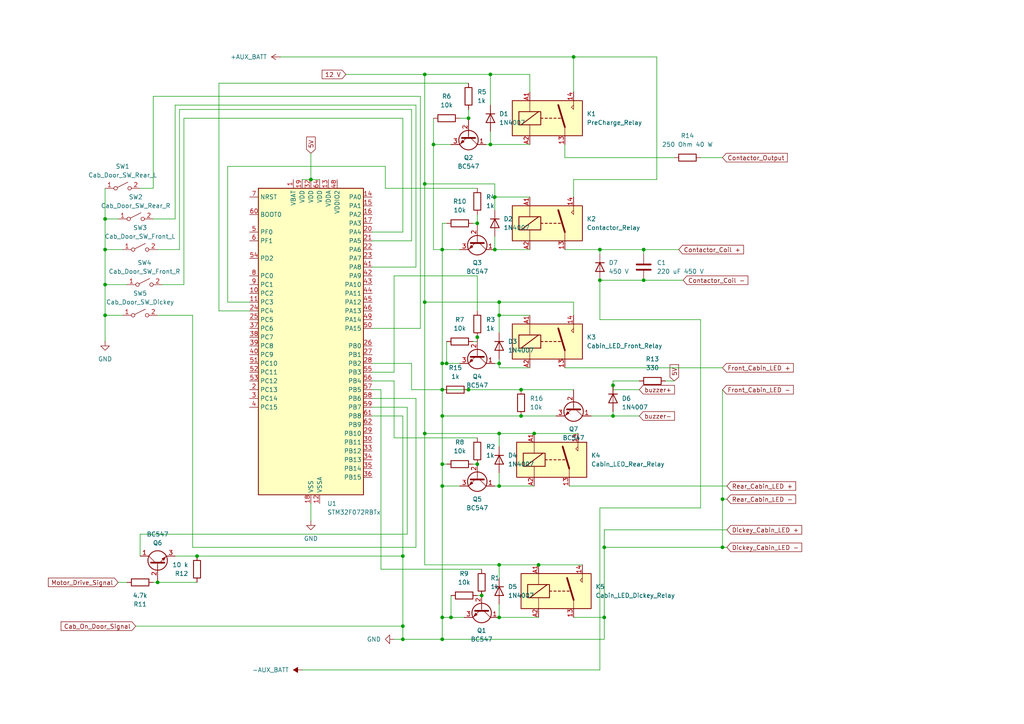
<source format=kicad_sch>
(kicad_sch (version 20231120) (generator "eeschema") (generator_version "8.0")
  (paper "A4")
  (lib_symbols
    (symbol "Device:C" (pin_numbers hide) (pin_names (offset 0.254))
      (property "Reference" "C" (at 0.635 2.54 0))
      (property "Value" "C" (at 0.635 -2.54 0))
      (symbol "C_0_1"
        (polyline (pts (xy -2.032 -0.762) (xy 2.032 -0.762)) (stroke (width 0.508)))
        (polyline (pts (xy -2.032 0.762) (xy 2.032 0.762)) (stroke (width 0.508)))
      )
      (symbol "C_1_1"
        (pin passive line (at 0 3.81 270) (length 2.794) (name "~") (number "1"))
        (pin passive line (at 0 -3.81 90) (length 2.794) (name "~") (number "2"))
      )
    )
    (symbol "Device:D" (pin_numbers hide) (pin_names (offset 1.016) hide)
      (property "Reference" "D" (at 0 2.54 0))
      (property "Value" "D" (at 0 -2.54 0))
      (symbol "D_0_1"
        (polyline (pts (xy -1.27 1.27) (xy -1.27 -1.27)) (stroke (width 0.254)))
        (polyline (pts (xy 1.27 0) (xy -1.27 0)))
        (polyline (pts (xy 1.27 1.27) (xy 1.27 -1.27) (xy -1.27 0) (xy 1.27 1.27)) (stroke (width 0.254)))
      )
      (symbol "D_1_1"
        (pin passive line (at -3.81 0 0) (length 2.54) (name "K") (number "1"))
        (pin passive line (at 3.81 0 180) (length 2.54) (name "A") (number "2"))
      )
    )
    (symbol "Device:R" (pin_numbers hide) (pin_names (offset 0))
      (property "Reference" "R" (at 2.032 0 90))
      (property "Value" "R" (at 0 0 90))
      (symbol "R_0_1"
        (rectangle (start -1.016 -2.54) (end 1.016 2.54) (stroke (width 0.254)))
      )
      (symbol "R_1_1"
        (pin passive line (at 0 3.81 270) (length 1.27) (name "~") (number "1"))
        (pin passive line (at 0 -3.81 90) (length 1.27) (name "~") (number "2"))
      )
    )
    (symbol "Diode:1N4007" (pin_numbers hide) (pin_names hide)
      (property "Reference" "D" (at 0 2.54 0))
      (property "Value" "1N4007" (at 0 -2.54 0))
      (symbol "1N4007_0_1"
        (polyline (pts (xy -1.27 1.27) (xy -1.27 -1.27)) (stroke (width 0.254)))
        (polyline (pts (xy 1.27 0) (xy -1.27 0)))
        (polyline (pts (xy 1.27 1.27) (xy 1.27 -1.27) (xy -1.27 0) (xy 1.27 1.27)) (stroke (width 0.254)))
      )
      (symbol "1N4007_1_1"
        (pin passive line (at -3.81 0 0) (length 2.54) (name "K") (number "1"))
        (pin passive line (at 3.81 0 180) (length 2.54) (name "A") (number "2"))
      )
    )
    (symbol "MCU_ST_STM32F0:STM32F072RBTx"
      (property "Reference" "U" (at -15.24 46.99 0))
      (property "Value" "STM32F072RBTx" (at 10.16 46.99 0))
      (symbol "STM32F072RBTx_0_1"
        (rectangle (start -15.24 -43.18) (end 15.24 45.72) (stroke (width 0.254)) (fill (type background)))
      )
      (symbol "STM32F072RBTx_1_1"
        (pin power_in line (at -5.08 48.26 270) (length 2.54) (name "VBAT") (number "1"))
        (pin bidirectional line (at -17.78 15.24 0) (length 2.54) (name "PC2") (number "10"))
        (pin bidirectional line (at -17.78 12.7 0) (length 2.54) (name "PC3") (number "11"))
        (pin power_in line (at 2.54 -45.72 90) (length 2.54) (name "VSSA") (number "12"))
        (pin power_in line (at 5.08 48.26 270) (length 2.54) (name "VDDA") (number "13"))
        (pin bidirectional line (at 17.78 43.18 180) (length 2.54) (name "PA0") (number "14"))
        (pin bidirectional line (at 17.78 40.64 180) (length 2.54) (name "PA1") (number "15"))
        (pin bidirectional line (at 17.78 38.1 180) (length 2.54) (name "PA2") (number "16"))
        (pin bidirectional line (at 17.78 35.56 180) (length 2.54) (name "PA3") (number "17"))
        (pin power_in line (at 0 -45.72 90) (length 2.54) (name "VSS") (number "18"))
        (pin power_in line (at -2.54 48.26 270) (length 2.54) (name "VDD") (number "19"))
        (pin bidirectional line (at -17.78 -12.7 0) (length 2.54) (name "PC13") (number "2"))
        (pin bidirectional line (at 17.78 33.02 180) (length 2.54) (name "PA4") (number "20"))
        (pin bidirectional line (at 17.78 30.48 180) (length 2.54) (name "PA5") (number "21"))
        (pin bidirectional line (at 17.78 27.94 180) (length 2.54) (name "PA6") (number "22"))
        (pin bidirectional line (at 17.78 25.4 180) (length 2.54) (name "PA7") (number "23"))
        (pin bidirectional line (at -17.78 10.16 0) (length 2.54) (name "PC4") (number "24"))
        (pin bidirectional line (at -17.78 7.62 0) (length 2.54) (name "PC5") (number "25"))
        (pin bidirectional line (at 17.78 0 180) (length 2.54) (name "PB0") (number "26"))
        (pin bidirectional line (at 17.78 -2.54 180) (length 2.54) (name "PB1") (number "27"))
        (pin bidirectional line (at 17.78 -5.08 180) (length 2.54) (name "PB2") (number "28"))
        (pin bidirectional line (at 17.78 -25.4 180) (length 2.54) (name "PB10") (number "29"))
        (pin bidirectional line (at -17.78 -15.24 0) (length 2.54) (name "PC14") (number "3"))
        (pin bidirectional line (at 17.78 -27.94 180) (length 2.54) (name "PB11") (number "30"))
        (pin passive line (at 0 -45.72 90) (length 2.54) hide (name "VSS") (number "31"))
        (pin power_in line (at 0 48.26 270) (length 2.54) (name "VDD") (number "32"))
        (pin bidirectional line (at 17.78 -30.48 180) (length 2.54) (name "PB12") (number "33"))
        (pin bidirectional line (at 17.78 -33.02 180) (length 2.54) (name "PB13") (number "34"))
        (pin bidirectional line (at 17.78 -35.56 180) (length 2.54) (name "PB14") (number "35"))
        (pin bidirectional line (at 17.78 -38.1 180) (length 2.54) (name "PB15") (number "36"))
        (pin bidirectional line (at -17.78 5.08 0) (length 2.54) (name "PC6") (number "37"))
        (pin bidirectional line (at -17.78 2.54 0) (length 2.54) (name "PC7") (number "38"))
        (pin bidirectional line (at -17.78 0 0) (length 2.54) (name "PC8") (number "39"))
        (pin bidirectional line (at -17.78 -17.78 0) (length 2.54) (name "PC15") (number "4"))
        (pin bidirectional line (at -17.78 -2.54 0) (length 2.54) (name "PC9") (number "40"))
        (pin bidirectional line (at 17.78 22.86 180) (length 2.54) (name "PA8") (number "41"))
        (pin bidirectional line (at 17.78 20.32 180) (length 2.54) (name "PA9") (number "42"))
        (pin bidirectional line (at 17.78 17.78 180) (length 2.54) (name "PA10") (number "43"))
        (pin bidirectional line (at 17.78 15.24 180) (length 2.54) (name "PA11") (number "44"))
        (pin bidirectional line (at 17.78 12.7 180) (length 2.54) (name "PA12") (number "45"))
        (pin bidirectional line (at 17.78 10.16 180) (length 2.54) (name "PA13") (number "46"))
        (pin passive line (at 0 -45.72 90) (length 2.54) hide (name "VSS") (number "47"))
        (pin power_in line (at 7.62 48.26 270) (length 2.54) (name "VDDIO2") (number "48"))
        (pin bidirectional line (at 17.78 7.62 180) (length 2.54) (name "PA14") (number "49"))
        (pin bidirectional line (at -17.78 33.02 0) (length 2.54) (name "PF0") (number "5"))
        (pin bidirectional line (at 17.78 5.08 180) (length 2.54) (name "PA15") (number "50"))
        (pin bidirectional line (at -17.78 -5.08 0) (length 2.54) (name "PC10") (number "51"))
        (pin bidirectional line (at -17.78 -7.62 0) (length 2.54) (name "PC11") (number "52"))
        (pin bidirectional line (at -17.78 -10.16 0) (length 2.54) (name "PC12") (number "53"))
        (pin bidirectional line (at -17.78 25.4 0) (length 2.54) (name "PD2") (number "54"))
        (pin bidirectional line (at 17.78 -7.62 180) (length 2.54) (name "PB3") (number "55"))
        (pin bidirectional line (at 17.78 -10.16 180) (length 2.54) (name "PB4") (number "56"))
        (pin bidirectional line (at 17.78 -12.7 180) (length 2.54) (name "PB5") (number "57"))
        (pin bidirectional line (at 17.78 -15.24 180) (length 2.54) (name "PB6") (number "58"))
        (pin bidirectional line (at 17.78 -17.78 180) (length 2.54) (name "PB7") (number "59"))
        (pin bidirectional line (at -17.78 30.48 0) (length 2.54) (name "PF1") (number "6"))
        (pin input line (at -17.78 38.1 0) (length 2.54) (name "BOOT0") (number "60"))
        (pin bidirectional line (at 17.78 -20.32 180) (length 2.54) (name "PB8") (number "61"))
        (pin bidirectional line (at 17.78 -22.86 180) (length 2.54) (name "PB9") (number "62"))
        (pin passive line (at 0 -45.72 90) (length 2.54) hide (name "VSS") (number "63"))
        (pin power_in line (at 2.54 48.26 270) (length 2.54) (name "VDD") (number "64"))
        (pin input line (at -17.78 43.18 0) (length 2.54) (name "NRST") (number "7"))
        (pin bidirectional line (at -17.78 20.32 0) (length 2.54) (name "PC0") (number "8"))
        (pin bidirectional line (at -17.78 17.78 0) (length 2.54) (name "PC1") (number "9"))
      )
    )
    (symbol "Relay:Relay_SPST-NO"
      (property "Reference" "K" (at 11.43 3.81 0))
      (property "Value" "Relay_SPST-NO" (at 11.43 1.27 0))
      (symbol "Relay_SPST-NO_0_0"
        (polyline (pts (xy 7.62 5.08) (xy 7.62 2.54) (xy 6.985 3.175) (xy 7.62 3.81)))
      )
      (symbol "Relay_SPST-NO_0_1"
        (rectangle (start -10.16 5.08) (end 10.16 -5.08) (stroke (width 0.254)) (fill (type background)))
        (rectangle (start -8.255 1.905) (end -1.905 -1.905) (stroke (width 0.254)))
        (polyline (pts (xy -7.62 -1.905) (xy -2.54 1.905)) (stroke (width 0.254)))
        (polyline (pts (xy -5.08 -5.08) (xy -5.08 -1.905)))
        (polyline (pts (xy -5.08 5.08) (xy -5.08 1.905)))
        (polyline (pts (xy -1.905 0) (xy -1.27 0)) (stroke (width 0.254)))
        (polyline (pts (xy -0.635 0) (xy 0 0)) (stroke (width 0.254)))
        (polyline (pts (xy 0.635 0) (xy 1.27 0)) (stroke (width 0.254)))
        (polyline (pts (xy 1.905 0) (xy 2.54 0)) (stroke (width 0.254)))
        (polyline (pts (xy 3.175 0) (xy 3.81 0)) (stroke (width 0.254)))
        (polyline (pts (xy 5.08 -2.54) (xy 3.175 3.81)) (stroke (width 0.508)))
        (polyline (pts (xy 5.08 -2.54) (xy 5.08 -5.08)))
      )
      (symbol "Relay_SPST-NO_1_1"
        (pin passive line (at 5.08 -7.62 90) (length 2.54) (name "~") (number "13"))
        (pin passive line (at 7.62 7.62 270) (length 2.54) (name "~") (number "14"))
        (pin passive line (at -5.08 7.62 270) (length 2.54) (name "~") (number "A1"))
        (pin passive line (at -5.08 -7.62 90) (length 2.54) (name "~") (number "A2"))
      )
    )
    (symbol "Switch:SW_SPST" (pin_names (offset 0) hide)
      (property "Reference" "SW" (at 0 3.175 0))
      (property "Value" "SW_SPST" (at 0 -2.54 0))
      (symbol "SW_SPST_0_0"
        (circle (center -2.032 0) (radius 0.508))
        (polyline (pts (xy -1.524 0.254) (xy 1.524 1.778)))
        (circle (center 2.032 0) (radius 0.508))
      )
      (symbol "SW_SPST_1_1"
        (pin passive line (at -5.08 0 0) (length 2.54) (name "A") (number "1"))
        (pin passive line (at 5.08 0 180) (length 2.54) (name "B") (number "2"))
      )
    )
    (symbol "Transistor_BJT:BC547" (pin_names (offset 0) hide)
      (property "Reference" "Q" (at 5.08 1.905 0))
      (property "Value" "BC547" (at 5.08 0 0))
      (symbol "BC547_0_1"
        (polyline (pts (xy 0 0) (xy 0.635 0)))
        (polyline (pts (xy 0.635 0.635) (xy 2.54 2.54)))
        (polyline (pts (xy 0.635 -0.635) (xy 2.54 -2.54) (xy 2.54 -2.54)))
        (polyline (pts (xy 0.635 1.905) (xy 0.635 -1.905) (xy 0.635 -1.905)) (stroke (width 0.508)))
        (polyline (pts (xy 1.27 -1.778) (xy 1.778 -1.27) (xy 2.286 -2.286) (xy 1.27 -1.778) (xy 1.27 -1.778)) (fill (type outline)))
        (circle (center 1.27 0) (radius 2.8194) (stroke (width 0.254)))
      )
      (symbol "BC547_1_1"
        (pin passive line (at 2.54 5.08 270) (length 2.54) (name "C") (number "1"))
        (pin input line (at -5.08 0 0) (length 5.08) (name "B") (number "2"))
        (pin passive line (at 2.54 -5.08 90) (length 2.54) (name "E") (number "3"))
      )
    )
    (symbol "power:+BATT" (power) (pin_numbers hide) (pin_names (offset 0) hide)
      (property "Value" "+BATT" (at 0 3.556 0))
      (symbol "+BATT_0_1"
        (polyline (pts (xy -0.762 1.27) (xy 0 2.54)))
        (polyline (pts (xy 0 0) (xy 0 2.54)))
        (polyline (pts (xy 0 2.54) (xy 0.762 1.27)))
      )
      (symbol "+BATT_1_1"
        (pin power_in line (at 0 0 90) (length 0) (name "~") (number "1"))
      )
    )
    (symbol "power:-BATT" (power) (pin_numbers hide) (pin_names (offset 0) hide)
      (property "Value" "-BATT" (at 0 3.556 0))
      (symbol "-BATT_0_1"
        (polyline (pts (xy 0 0) (xy 0 2.54)))
        (polyline (pts (xy 0.762 1.27) (xy -0.762 1.27) (xy 0 2.54) (xy 0.762 1.27)) (fill (type outline)))
      )
      (symbol "-BATT_1_1"
        (pin power_in line (at 0 0 90) (length 0) (name "~") (number "1"))
      )
    )
    (symbol "power:GND" (power) (pin_numbers hide) (pin_names (offset 0) hide)
      (property "Value" "GND" (at 0 -3.81 0))
      (symbol "GND_0_1"
        (polyline (pts (xy 0 0) (xy 0 -1.27) (xy 1.27 -1.27) (xy 0 -2.54) (xy -1.27 -1.27) (xy 0 -1.27)))
      )
      (symbol "GND_1_1"
        (pin power_in line (at 0 0 270) (length 0) (name "~") (number "1"))
      )
    )
  )
  (junction (at 128.27 120.65))
  (junction (at 128.27 105.41))
  (junction (at 144.78 140.97))
  (junction (at 144.78 125.73))
  (junction (at 209.55 158.75))
  (junction (at 128.27 140.97))
  (junction (at 90.17 52.07))
  (junction (at 123.19 87.63))
  (junction (at 209.55 144.78))
  (junction (at 166.37 16.51))
  (junction (at 128.27 179.07))
  (junction (at 138.43 97.79))
  (junction (at 135.89 34.29))
  (junction (at 123.19 21.59))
  (junction (at 135.89 113.03))
  (junction (at 154.94 125.73))
  (junction (at 138.43 134.62))
  (junction (at 175.26 179.07))
  (junction (at 116.84 181.61))
  (junction (at 186.69 72.39))
  (junction (at 186.69 81.28))
  (junction (at 125.73 41.91))
  (junction (at 143.51 72.39))
  (junction (at 144.78 105.41))
  (junction (at 151.13 120.65))
  (junction (at 177.8 120.65))
  (junction (at 30.48 63.5))
  (junction (at 128.27 185.42))
  (junction (at 142.24 21.59))
  (junction (at 144.78 91.44))
  (junction (at 177.8 111.76))
  (junction (at 138.43 64.77))
  (junction (at 151.13 113.03))
  (junction (at 144.78 87.63))
  (junction (at 30.48 82.55))
  (junction (at 175.26 158.75))
  (junction (at 128.27 134.62))
  (junction (at 143.51 57.15))
  (junction (at 173.99 72.39))
  (junction (at 116.84 185.42))
  (junction (at 139.7 172.72))
  (junction (at 116.84 161.29))
  (junction (at 128.27 113.03))
  (junction (at 123.19 125.73))
  (junction (at 128.27 72.39))
  (junction (at 142.24 41.91))
  (junction (at 173.99 81.28))
  (junction (at 130.81 179.07))
  (junction (at 30.48 91.44))
  (junction (at 129.54 105.41))
  (junction (at 123.19 53.34))
  (junction (at 45.72 168.91))
  (junction (at 30.48 72.39))
  (junction (at 156.21 163.83))
  (junction (at 57.15 161.29))
  (junction (at 144.78 179.07))
  (junction (at 144.78 163.83))
  (wire (pts (xy 125.73 41.91) (xy 125.73 72.39)))
  (wire (pts (xy 175.26 153.67) (xy 175.26 158.75)))
  (wire (pts (xy 173.99 92.71) (xy 173.99 81.28)))
  (wire (pts (xy 151.13 113.03) (xy 166.37 113.03)))
  (wire (pts (xy 63.5 24.13) (xy 63.5 90.17)))
  (wire (pts (xy 137.16 134.62) (xy 138.43 134.62)))
  (wire (pts (xy 177.8 120.65) (xy 185.42 120.65)))
  (wire (pts (xy 116.84 67.31) (xy 116.84 34.29)))
  (wire (pts (xy 175.26 185.42) (xy 128.27 185.42)))
  (wire (pts (xy 123.19 21.59) (xy 142.24 21.59)))
  (wire (pts (xy 66.04 87.63) (xy 72.39 87.63)))
  (wire (pts (xy 107.95 69.85) (xy 119.38 69.85)))
  (wire (pts (xy 116.84 161.29) (xy 116.84 181.61)))
  (wire (pts (xy 144.78 179.07) (xy 156.21 179.07)))
  (wire (pts (xy 45.72 91.44) (xy 55.88 91.44)))
  (wire (pts (xy 120.65 115.57) (xy 120.65 158.75)))
  (wire (pts (xy 156.21 163.83) (xy 144.78 163.83)))
  (wire (pts (xy 63.5 90.17) (xy 72.39 90.17)))
  (wire (pts (xy 116.84 120.65) (xy 116.84 161.29)))
  (wire (pts (xy 144.78 175.26) (xy 144.78 179.07)))
  (wire (pts (xy 30.48 91.44) (xy 30.48 99.06)))
  (wire (pts (xy 144.78 104.14) (xy 144.78 105.41)))
  (wire (pts (xy 163.83 106.68) (xy 209.55 106.68)))
  (wire (pts (xy 120.65 30.48) (xy 50.8 30.48)))
  (wire (pts (xy 100.33 21.59) (xy 123.19 21.59)))
  (wire (pts (xy 186.69 73.66) (xy 186.69 72.39)))
  (wire (pts (xy 128.27 120.65) (xy 151.13 120.65)))
  (wire (pts (xy 144.78 87.63) (xy 166.37 87.63)))
  (wire (pts (xy 190.5 52.07) (xy 166.37 52.07)))
  (wire (pts (xy 177.8 110.49) (xy 177.8 111.76)))
  (wire (pts (xy 128.27 72.39) (xy 128.27 105.41)))
  (wire (pts (xy 44.45 63.5) (xy 50.8 63.5)))
  (wire (pts (xy 30.48 72.39) (xy 35.56 72.39)))
  (wire (pts (xy 107.95 77.47) (xy 120.65 77.47)))
  (wire (pts (xy 144.78 105.41) (xy 144.78 106.68)))
  (wire (pts (xy 135.89 31.75) (xy 135.89 34.29)))
  (wire (pts (xy 114.3 110.49) (xy 107.95 110.49)))
  (wire (pts (xy 166.37 91.44) (xy 166.37 87.63)))
  (wire (pts (xy 144.78 125.73) (xy 144.78 129.54)))
  (wire (pts (xy 128.27 140.97) (xy 128.27 179.07)))
  (wire (pts (xy 130.81 179.07) (xy 128.27 179.07)))
  (wire (pts (xy 143.51 72.39) (xy 153.67 72.39)))
  (wire (pts (xy 120.65 77.47) (xy 120.65 30.48)))
  (wire (pts (xy 129.54 64.77) (xy 128.27 64.77)))
  (wire (pts (xy 121.92 95.25) (xy 121.92 27.94)))
  (wire (pts (xy 153.67 26.67) (xy 153.67 21.59)))
  (wire (pts (xy 143.51 105.41) (xy 144.78 105.41)))
  (wire (pts (xy 125.73 34.29) (xy 125.73 41.91)))
  (wire (pts (xy 173.99 194.31) (xy 173.99 147.32)))
  (wire (pts (xy 196.85 72.39) (xy 186.69 72.39)))
  (wire (pts (xy 138.43 62.23) (xy 138.43 64.77)))
  (wire (pts (xy 143.51 68.58) (xy 143.51 72.39)))
  (wire (pts (xy 50.8 161.29) (xy 57.15 161.29)))
  (wire (pts (xy 119.38 113.03) (xy 128.27 113.03)))
  (wire (pts (xy 173.99 72.39) (xy 186.69 72.39)))
  (wire (pts (xy 130.81 179.07) (xy 134.62 179.07)))
  (wire (pts (xy 123.19 125.73) (xy 144.78 125.73)))
  (wire (pts (xy 118.11 118.11) (xy 107.95 118.11)))
  (wire (pts (xy 53.34 34.29) (xy 53.34 82.55)))
  (wire (pts (xy 55.88 158.75) (xy 55.88 91.44)))
  (wire (pts (xy 111.76 48.26) (xy 66.04 48.26)))
  (wire (pts (xy 209.55 158.75) (xy 210.82 158.75)))
  (wire (pts (xy 129.54 105.41) (xy 133.35 105.41)))
  (wire (pts (xy 123.19 21.59) (xy 123.19 53.34)))
  (wire (pts (xy 185.42 110.49) (xy 177.8 110.49)))
  (wire (pts (xy 173.99 72.39) (xy 163.83 72.39)))
  (wire (pts (xy 107.95 105.41) (xy 119.38 105.41)))
  (wire (pts (xy 175.26 158.75) (xy 175.26 179.07)))
  (wire (pts (xy 36.83 168.91) (xy 34.29 168.91)))
  (wire (pts (xy 39.37 181.61) (xy 116.84 181.61)))
  (wire (pts (xy 128.27 134.62) (xy 128.27 140.97)))
  (wire (pts (xy 128.27 120.65) (xy 128.27 134.62)))
  (wire (pts (xy 209.55 158.75) (xy 175.26 158.75)))
  (wire (pts (xy 138.43 90.17) (xy 138.43 80.01)))
  (wire (pts (xy 209.55 113.03) (xy 209.55 144.78)))
  (wire (pts (xy 142.24 41.91) (xy 153.67 41.91)))
  (wire (pts (xy 156.21 163.83) (xy 168.91 163.83)))
  (wire (pts (xy 209.55 144.78) (xy 210.82 144.78)))
  (wire (pts (xy 66.04 48.26) (xy 66.04 87.63)))
  (wire (pts (xy 123.19 163.83) (xy 123.19 125.73)))
  (wire (pts (xy 30.48 91.44) (xy 35.56 91.44)))
  (wire (pts (xy 177.8 120.65) (xy 177.8 119.38)))
  (wire (pts (xy 165.1 140.97) (xy 210.82 140.97)))
  (wire (pts (xy 90.17 146.05) (xy 90.17 151.13)))
  (wire (pts (xy 137.16 64.77) (xy 138.43 64.77)))
  (wire (pts (xy 44.45 27.94) (xy 44.45 54.61)))
  (wire (pts (xy 30.48 72.39) (xy 30.48 82.55)))
  (wire (pts (xy 177.8 113.03) (xy 185.42 113.03)))
  (wire (pts (xy 144.78 106.68) (xy 153.67 106.68)))
  (wire (pts (xy 116.84 34.29) (xy 53.34 34.29)))
  (wire (pts (xy 128.27 113.03) (xy 135.89 113.03)))
  (wire (pts (xy 173.99 72.39) (xy 173.99 73.66)))
  (wire (pts (xy 139.7 165.1) (xy 110.49 165.1)))
  (wire (pts (xy 142.24 38.1) (xy 142.24 41.91)))
  (wire (pts (xy 135.89 34.29) (xy 133.35 34.29)))
  (wire (pts (xy 90.17 44.45) (xy 90.17 52.07)))
  (wire (pts (xy 154.94 125.73) (xy 167.64 125.73)))
  (wire (pts (xy 144.78 163.83) (xy 144.78 167.64)))
  (wire (pts (xy 138.43 80.01) (xy 114.3 80.01)))
  (wire (pts (xy 57.15 168.91) (xy 45.72 168.91)))
  (wire (pts (xy 144.78 87.63) (xy 144.78 91.44)))
  (wire (pts (xy 166.37 16.51) (xy 190.5 16.51)))
  (wire (pts (xy 30.48 82.55) (xy 36.83 82.55)))
  (wire (pts (xy 144.78 91.44) (xy 144.78 96.52)))
  (wire (pts (xy 143.51 140.97) (xy 144.78 140.97)))
  (wire (pts (xy 110.49 165.1) (xy 110.49 113.03)))
  (wire (pts (xy 140.97 41.91) (xy 142.24 41.91)))
  (wire (pts (xy 107.95 115.57) (xy 120.65 115.57)))
  (wire (pts (xy 121.92 27.94) (xy 44.45 27.94)))
  (wire (pts (xy 46.99 82.55) (xy 53.34 82.55)))
  (wire (pts (xy 128.27 64.77) (xy 128.27 72.39)))
  (wire (pts (xy 30.48 54.61) (xy 30.48 63.5)))
  (wire (pts (xy 111.76 54.61) (xy 111.76 48.26)))
  (wire (pts (xy 118.11 154.94) (xy 118.11 118.11)))
  (wire (pts (xy 175.26 153.67) (xy 210.82 153.67)))
  (wire (pts (xy 166.37 16.51) (xy 166.37 26.67)))
  (wire (pts (xy 90.17 52.07) (xy 92.71 52.07)))
  (wire (pts (xy 114.3 107.95) (xy 107.95 107.95)))
  (wire (pts (xy 135.89 113.03) (xy 151.13 113.03)))
  (wire (pts (xy 142.24 21.59) (xy 142.24 30.48)))
  (wire (pts (xy 128.27 179.07) (xy 128.27 185.42)))
  (wire (pts (xy 45.72 168.91) (xy 44.45 168.91)))
  (wire (pts (xy 129.54 99.06) (xy 129.54 105.41)))
  (wire (pts (xy 107.95 95.25) (xy 121.92 95.25)))
  (wire (pts (xy 133.35 72.39) (xy 128.27 72.39)))
  (wire (pts (xy 40.64 154.94) (xy 118.11 154.94)))
  (wire (pts (xy 151.13 120.65) (xy 161.29 120.65)))
  (wire (pts (xy 30.48 63.5) (xy 30.48 72.39)))
  (wire (pts (xy 203.2 147.32) (xy 203.2 92.71)))
  (wire (pts (xy 171.45 120.65) (xy 177.8 120.65)))
  (wire (pts (xy 144.78 125.73) (xy 154.94 125.73)))
  (wire (pts (xy 153.67 91.44) (xy 144.78 91.44)))
  (wire (pts (xy 138.43 134.62) (xy 138.43 133.35)))
  (wire (pts (xy 163.83 45.72) (xy 195.58 45.72)))
  (wire (pts (xy 87.63 194.31) (xy 173.99 194.31)))
  (wire (pts (xy 128.27 113.03) (xy 128.27 120.65)))
  (wire (pts (xy 209.55 144.78) (xy 209.55 158.75)))
  (wire (pts (xy 123.19 53.34) (xy 143.51 53.34)))
  (wire (pts (xy 116.84 185.42) (xy 128.27 185.42)))
  (wire (pts (xy 143.51 57.15) (xy 143.51 60.96)))
  (wire (pts (xy 87.63 52.07) (xy 90.17 52.07)))
  (wire (pts (xy 110.49 113.03) (xy 107.95 113.03)))
  (wire (pts (xy 138.43 97.79) (xy 138.43 99.06)))
  (wire (pts (xy 144.78 87.63) (xy 123.19 87.63)))
  (wire (pts (xy 203.2 92.71) (xy 173.99 92.71)))
  (wire (pts (xy 116.84 120.65) (xy 107.95 120.65)))
  (wire (pts (xy 107.95 67.31) (xy 116.84 67.31)))
  (wire (pts (xy 40.64 161.29) (xy 40.64 154.94)))
  (wire (pts (xy 166.37 52.07) (xy 166.37 57.15)))
  (wire (pts (xy 30.48 63.5) (xy 34.29 63.5)))
  (wire (pts (xy 45.72 72.39) (xy 52.07 72.39)))
  (wire (pts (xy 81.28 16.51) (xy 166.37 16.51)))
  (wire (pts (xy 163.83 41.91) (xy 163.83 45.72)))
  (wire (pts (xy 123.19 53.34) (xy 123.19 87.63)))
  (wire (pts (xy 128.27 105.41) (xy 128.27 113.03)))
  (wire (pts (xy 186.69 81.28) (xy 198.12 81.28)))
  (wire (pts (xy 173.99 147.32) (xy 203.2 147.32)))
  (wire (pts (xy 50.8 30.48) (xy 50.8 63.5)))
  (wire (pts (xy 142.24 21.59) (xy 153.67 21.59)))
  (wire (pts (xy 173.99 81.28) (xy 186.69 81.28)))
  (wire (pts (xy 130.81 172.72) (xy 130.81 179.07)))
  (wire (pts (xy 114.3 185.42) (xy 116.84 185.42)))
  (wire (pts (xy 203.2 45.72) (xy 209.55 45.72)))
  (wire (pts (xy 144.78 137.16) (xy 144.78 140.97)))
  (wire (pts (xy 139.7 172.72) (xy 139.7 171.45)))
  (wire (pts (xy 52.07 31.75) (xy 52.07 72.39)))
  (wire (pts (xy 30.48 82.55) (xy 30.48 91.44)))
  (wire (pts (xy 128.27 140.97) (xy 133.35 140.97)))
  (wire (pts (xy 137.16 99.06) (xy 138.43 99.06)))
  (wire (pts (xy 57.15 161.29) (xy 116.84 161.29)))
  (wire (pts (xy 125.73 72.39) (xy 128.27 72.39)))
  (wire (pts (xy 129.54 105.41) (xy 128.27 105.41)))
  (wire (pts (xy 166.37 179.07) (xy 175.26 179.07)))
  (wire (pts (xy 138.43 127) (xy 114.3 127)))
  (wire (pts (xy 116.84 181.61) (xy 116.84 185.42)))
  (wire (pts (xy 114.3 80.01) (xy 114.3 107.95)))
  (wire (pts (xy 114.3 127) (xy 114.3 110.49)))
  (wire (pts (xy 135.89 24.13) (xy 63.5 24.13)))
  (wire (pts (xy 119.38 105.41) (xy 119.38 113.03)))
  (wire (pts (xy 125.73 41.91) (xy 130.81 41.91)))
  (wire (pts (xy 120.65 158.75) (xy 55.88 158.75)))
  (wire (pts (xy 177.8 113.03) (xy 177.8 111.76)))
  (wire (pts (xy 175.26 179.07) (xy 175.26 185.42)))
  (wire (pts (xy 123.19 87.63) (xy 123.19 125.73)))
  (wire (pts (xy 128.27 134.62) (xy 129.54 134.62)))
  (wire (pts (xy 119.38 69.85) (xy 119.38 31.75)))
  (wire (pts (xy 138.43 172.72) (xy 139.7 172.72)))
  (wire (pts (xy 119.38 31.75) (xy 52.07 31.75)))
  (wire (pts (xy 193.04 110.49) (xy 195.58 110.49)))
  (wire (pts (xy 190.5 16.51) (xy 190.5 52.07)))
  (wire (pts (xy 144.78 140.97) (xy 154.94 140.97)))
  (wire (pts (xy 144.78 163.83) (xy 123.19 163.83)))
  (wire (pts (xy 143.51 57.15) (xy 153.67 57.15)))
  (wire (pts (xy 143.51 53.34) (xy 143.51 57.15)))
  (wire (pts (xy 44.45 54.61) (xy 40.64 54.61)))
  (wire (pts (xy 138.43 54.61) (xy 111.76 54.61)))
  (global_label "Front_Cabin_LED +" (shape input) (at 209.55 106.68 0) (property "Intersheetrefs" "${INTERSHEET_REFS}" (effects (hide yes))))
  (global_label "Contactor_Coil -" (shape input) (at 198.12 81.28 0) (property "Intersheetrefs" "${INTERSHEET_REFS}" (effects (hide yes))))
  (global_label "Contactor_Output" (shape input) (at 209.55 45.72 0) (property "Intersheetrefs" "${INTERSHEET_REFS}" (effects (hide yes))))
  (global_label "Contactor_Coil +" (shape input) (at 196.85 72.39 0) (property "Intersheetrefs" "${INTERSHEET_REFS}" (effects (hide yes))))
  (global_label "Cab_On_Door_Signal" (shape input) (at 39.37 181.61 180) (property "Intersheetrefs" "${INTERSHEET_REFS}" (effects (hide yes))))
  (global_label "buzzer-" (shape input) (at 185.42 120.65 0) (property "Intersheetrefs" "${INTERSHEET_REFS}" (effects (hide yes))))
  (global_label "5V" (shape input) (at 195.58 110.49 90) (property "Intersheetrefs" "${INTERSHEET_REFS}" (effects (hide yes))))
  (global_label "5V" (shape input) (at 90.17 44.45 90) (property "Intersheetrefs" "${INTERSHEET_REFS}" (effects (hide yes))))
  (global_label "Dickey_Cabin_LED +" (shape input) (at 210.82 153.67 0) (property "Intersheetrefs" "${INTERSHEET_REFS}" (effects (hide yes))))
  (global_label "12 V" (shape input) (at 100.33 21.59 180) (property "Intersheetrefs" "${INTERSHEET_REFS}" (effects (hide yes))))
  (global_label "buzzer+" (shape input) (at 185.42 113.03 0) (property "Intersheetrefs" "${INTERSHEET_REFS}" (effects (hide yes))))
  (global_label "Rear_Cabin_LED +" (shape input) (at 210.82 140.97 0) (property "Intersheetrefs" "${INTERSHEET_REFS}" (effects (hide yes))))
  (global_label "Front_Cabin_LED -" (shape input) (at 209.55 113.03 0) (property "Intersheetrefs" "${INTERSHEET_REFS}" (effects (hide yes))))
  (global_label "Motor_Drive_Signal" (shape input) (at 34.29 168.91 180) (property "Intersheetrefs" "${INTERSHEET_REFS}" (effects (hide yes))))
  (global_label "Rear_Cabin_LED -" (shape input) (at 210.82 144.78 0) (property "Intersheetrefs" "${INTERSHEET_REFS}" (effects (hide yes))))
  (global_label "Dickey_Cabin_LED -" (shape input) (at 210.82 158.75 0) (property "Intersheetrefs" "${INTERSHEET_REFS}" (effects (hide yes))))
  (symbol (lib_id "power:GND") (at 114.3 185.42 270) (unit 1)
    (property "Reference" "#PWR01" (effects (hide yes)))
    (property "Value" "GND" (at 110.49 185.4199 90) (effects (justify right)))
    (property "Description" "Power symbol creates a global label with name \"GND\" , ground" (effects (hide yes)))
  )
  (symbol (lib_id "Switch:SW_SPST") (at 39.37 63.5 0) (unit 1)
    (property "Reference" "SW2" (at 39.37 57.15 0))
    (property "Value" "Cab_Door_SW_Rear_R" (at 39.37 59.69 0))
    (property "Description" "Single Pole Single Throw (SPST) switch" (effects (hide yes)))
  )
  (symbol (lib_id "power:-BATT") (at 87.63 194.31 90) (unit 1)
    (property "Reference" "#PWR03" (effects (hide yes)))
    (property "Value" "-AUX_BATT" (at 83.82 194.3099 90) (effects (justify left)))
    (property "Description" "Power symbol creates a global label with name \"-BATT\"" (effects (hide yes)))
  )
  (symbol (lib_id "Device:C") (at 186.69 77.47 0) (unit 1)
    (property "Reference" "C1" (at 190.5 76.1999 0) (effects (justify left)))
    (property "Value" "220 uF 450 V" (at 190.5 78.7399 0) (effects (justify left)))
    (property "Description" "Unpolarized capacitor" (effects (hide yes)))
  )
  (symbol (lib_id "Relay:Relay_SPST-NO") (at 158.75 64.77 0) (unit 1)
    (property "Reference" "K2" (at 170.18 63.4999 0) (effects (justify left)))
    (property "Value" "Contactor_Relay" (at 170.18 66.0399 0) (effects (justify left)))
    (property "Description" "Relay SPST, Normally Open, EN50005" (effects (hide yes)))
  )
  (symbol (lib_id "Device:R") (at 138.43 93.98 0) (unit 1)
    (property "Reference" "R3" (at 140.97 92.7099 0) (effects (justify left)))
    (property "Value" "1k" (at 140.97 95.2499 0) (effects (justify left)))
    (property "Description" "Resistor" (effects (hide yes)))
  )
  (symbol (lib_id "Device:R") (at 135.89 27.94 0) (unit 1)
    (property "Reference" "R5" (at 138.43 26.6699 0) (effects (justify left)))
    (property "Value" "1k" (at 138.43 29.2099 0) (effects (justify left)))
    (property "Description" "Resistor" (effects (hide yes)))
  )
  (symbol (lib_id "Diode:1N4007") (at 143.51 64.77 270) (unit 1)
    (property "Reference" "D2" (at 146.05 63.4999 90) (effects (justify left)))
    (property "Value" "1N4007" (at 146.05 66.0399 90) (effects (justify left)))
    (property "Footprint" "Diode_THT:D_DO-41_SOD81_P10.16mm_Horizontal" (effects (hide yes)))
    (property "Datasheet" "http://www.vishay.com/docs/88503/1n4001.pdf" (effects (hide yes)))
    (property "Description" "1000V 1A General Purpose Rectifier Diode, DO-41" (effects (hide yes)))
    (property "Sim.Device" "D" (effects (hide yes)))
    (property "Sim.Pins" "1=K 2=A" (effects (hide yes)))
  )
  (symbol (lib_id "Device:R") (at 139.7 168.91 0) (unit 1)
    (property "Reference" "R1" (at 142.24 167.6399 0) (effects (justify left)))
    (property "Value" "1k" (at 142.24 170.1799 0) (effects (justify left)))
    (property "Description" "Resistor" (effects (hide yes)))
  )
  (symbol (lib_id "Transistor_BJT:BC547") (at 45.72 163.83 90) (unit 1)
    (property "Reference" "Q6" (at 45.72 157.48 90))
    (property "Value" "BC547" (at 45.72 154.94 90))
    (property "Footprint" "Package_TO_SOT_THT:TO-92_Inline" (effects (hide yes)))
    (property "Datasheet" "https://www.onsemi.com/pub/Collateral/BC550-D.pdf" (effects (hide yes)))
    (property "Description" "0.1A Ic, 45V Vce, Small Signal NPN Transistor, TO-92" (effects (hide yes)))
  )
  (symbol (lib_id "Device:R") (at 133.35 134.62 90) (unit 1)
    (property "Reference" "R8" (at 133.35 128.27 90))
    (property "Value" "10k" (at 133.35 130.81 90))
    (property "Description" "Resistor" (effects (hide yes)))
  )
  (symbol (lib_id "Relay:Relay_SPST-NO") (at 158.75 34.29 0) (unit 1)
    (property "Reference" "K1" (at 170.18 33.0199 0) (effects (justify left)))
    (property "Value" "PreCharge_Relay" (at 170.18 35.5599 0) (effects (justify left)))
    (property "Description" "Relay SPST, Normally Open, EN50005" (effects (hide yes)))
  )
  (symbol (lib_id "Diode:1N4007") (at 144.78 100.33 270) (unit 1)
    (property "Reference" "D3" (at 147.32 99.0599 90) (effects (justify left)))
    (property "Value" "1N4007" (at 147.32 101.5999 90) (effects (justify left)))
    (property "Footprint" "Diode_THT:D_DO-41_SOD81_P10.16mm_Horizontal" (effects (hide yes)))
    (property "Datasheet" "http://www.vishay.com/docs/88503/1n4001.pdf" (effects (hide yes)))
    (property "Description" "1000V 1A General Purpose Rectifier Diode, DO-41" (effects (hide yes)))
    (property "Sim.Device" "D" (effects (hide yes)))
    (property "Sim.Pins" "1=K 2=A" (effects (hide yes)))
  )
  (symbol (lib_id "Device:R") (at 138.43 58.42 0) (unit 1)
    (property "Reference" "R4" (at 140.97 57.1499 0) (effects (justify left)))
    (property "Value" "1k" (at 140.97 59.6899 0) (effects (justify left)))
    (property "Description" "Resistor" (effects (hide yes)))
  )
  (symbol (lib_id "Transistor_BJT:BC547") (at 138.43 69.85 270) (unit 1)
    (property "Reference" "Q3" (at 138.43 76.2 90))
    (property "Value" "BC547" (at 138.43 78.74 90))
    (property "Footprint" "Package_TO_SOT_THT:TO-92_Inline" (effects (hide yes)))
    (property "Datasheet" "https://www.onsemi.com/pub/Collateral/BC550-D.pdf" (effects (hide yes)))
    (property "Description" "0.1A Ic, 45V Vce, Small Signal NPN Transistor, TO-92" (effects (hide yes)))
  )
  (symbol (lib_id "Device:D") (at 173.99 77.47 270) (unit 1)
    (property "Reference" "D7" (at 176.53 76.1999 90) (effects (justify left)))
    (property "Value" "450 V" (at 176.53 78.7399 90) (effects (justify left)))
    (property "Description" "Diode" (effects (hide yes)))
    (property "Sim.Device" "D" (effects (hide yes)))
    (property "Sim.Pins" "1=K 2=A" (effects (hide yes)))
  )
  (symbol (lib_id "Relay:Relay_SPST-NO") (at 161.29 171.45 0) (unit 1)
    (property "Reference" "K5" (at 172.72 170.1799 0) (effects (justify left)))
    (property "Value" "Cabin_LED_Dickey_Relay" (at 172.72 172.7199 0) (effects (justify left)))
    (property "Description" "Relay SPST, Normally Open, EN50005" (effects (hide yes)))
  )
  (symbol (lib_id "Diode:1N4007") (at 177.8 115.57 270) (unit 1)
    (property "Reference" "D6" (at 180.34 115.5699 90) (effects (justify left)))
    (property "Value" "1N4007" (at 180.34 118.1099 90) (effects (justify left)))
    (property "Footprint" "Diode_THT:D_DO-41_SOD81_P10.16mm_Horizontal" (effects (hide yes)))
    (property "Datasheet" "http://www.vishay.com/docs/88503/1n4001.pdf" (effects (hide yes)))
    (property "Description" "1000V 1A General Purpose Rectifier Diode, DO-41" (effects (hide yes)))
    (property "Sim.Device" "D" (effects (hide yes)))
    (property "Sim.Pins" "1=K 2=A" (effects (hide yes)))
  )
  (symbol (lib_id "Device:R") (at 134.62 172.72 90) (unit 1)
    (property "Reference" "R9" (at 134.62 166.37 90))
    (property "Value" "10k" (at 134.62 168.91 90))
    (property "Description" "Resistor" (effects (hide yes)))
  )
  (symbol (lib_id "Switch:SW_SPST") (at 35.56 54.61 0) (unit 1)
    (property "Reference" "SW1" (at 35.56 48.26 0))
    (property "Value" "Cab_Door_SW_Rear_L" (at 35.56 50.8 0))
    (property "Description" "Single Pole Single Throw (SPST) switch" (effects (hide yes)))
  )
  (symbol (lib_id "Transistor_BJT:BC547") (at 138.43 138.43 270) (unit 1)
    (property "Reference" "Q5" (at 138.43 144.78 90))
    (property "Value" "BC547" (at 138.43 147.32 90))
    (property "Footprint" "Package_TO_SOT_THT:TO-92_Inline" (effects (hide yes)))
    (property "Datasheet" "https://www.onsemi.com/pub/Collateral/BC550-D.pdf" (effects (hide yes)))
    (property "Description" "0.1A Ic, 45V Vce, Small Signal NPN Transistor, TO-92" (effects (hide yes)))
  )
  (symbol (lib_id "Device:R") (at 57.15 165.1 180) (unit 1)
    (property "Reference" "R12" (at 54.61 166.3701 0) (effects (justify left)))
    (property "Value" "10 k" (at 54.61 163.8301 0) (effects (justify left)))
    (property "Description" "Resistor" (effects (hide yes)))
  )
  (symbol (lib_id "Device:R") (at 189.23 110.49 90) (unit 1)
    (property "Reference" "R13" (at 189.23 104.14 90))
    (property "Value" "330" (at 189.23 106.68 90))
    (property "Description" "Resistor" (effects (hide yes)))
  )
  (symbol (lib_id "Device:R") (at 133.35 99.06 90) (unit 1)
    (property "Reference" "R7" (at 133.35 92.71 90))
    (property "Value" "10k" (at 133.35 95.25 90))
    (property "Description" "Resistor" (effects (hide yes)))
  )
  (symbol (lib_id "power:GND") (at 90.17 151.13 0) (unit 1)
    (property "Reference" "#PWR04" (effects (hide yes)))
    (property "Value" "GND" (at 90.17 156.21 0))
    (property "Description" "Power symbol creates a global label with name \"GND\" , ground" (effects (hide yes)))
  )
  (symbol (lib_id "power:+BATT") (at 81.28 16.51 90) (unit 1)
    (property "Reference" "#PWR02" (effects (hide yes)))
    (property "Value" "+AUX_BATT" (at 77.47 16.5099 90) (effects (justify left)))
    (property "Description" "Power symbol creates a global label with name \"+BATT\"" (effects (hide yes)))
  )
  (symbol (lib_id "Switch:SW_SPST") (at 41.91 82.55 0) (unit 1)
    (property "Reference" "SW4" (at 41.91 76.2 0))
    (property "Value" "Cab_Door_SW_Front_R" (at 41.91 78.74 0))
    (property "Description" "Single Pole Single Throw (SPST) switch" (effects (hide yes)))
  )
  (symbol (lib_id "Device:R") (at 138.43 130.81 0) (unit 1)
    (property "Reference" "R2" (at 140.97 129.5399 0) (effects (justify left)))
    (property "Value" "1k" (at 140.97 132.0799 0) (effects (justify left)))
    (property "Description" "Resistor" (effects (hide yes)))
  )
  (symbol (lib_id "Switch:SW_SPST") (at 40.64 72.39 0) (unit 1)
    (property "Reference" "SW3" (at 40.64 66.04 0))
    (property "Value" "Cab_Door_SW_Front_L" (at 40.64 68.58 0))
    (property "Description" "Single Pole Single Throw (SPST) switch" (effects (hide yes)))
  )
  (symbol (lib_id "Switch:SW_SPST") (at 40.64 91.44 0) (unit 1)
    (property "Reference" "SW5" (at 40.64 85.09 0))
    (property "Value" "Cab_Door_SW_Dickey" (at 40.64 87.63 0))
    (property "Description" "Single Pole Single Throw (SPST) switch" (effects (hide yes)))
  )
  (symbol (lib_id "Diode:1N4007") (at 144.78 171.45 270) (unit 1)
    (property "Reference" "D5" (at 147.32 170.1799 90) (effects (justify left)))
    (property "Value" "1N4007" (at 147.32 172.7199 90) (effects (justify left)))
    (property "Footprint" "Diode_THT:D_DO-41_SOD81_P10.16mm_Horizontal" (effects (hide yes)))
    (property "Datasheet" "http://www.vishay.com/docs/88503/1n4001.pdf" (effects (hide yes)))
    (property "Description" "1000V 1A General Purpose Rectifier Diode, DO-41" (effects (hide yes)))
    (property "Sim.Device" "D" (effects (hide yes)))
    (property "Sim.Pins" "1=K 2=A" (effects (hide yes)))
  )
  (symbol (lib_id "Transistor_BJT:BC547") (at 166.37 118.11 270) (unit 1)
    (property "Reference" "Q7" (at 166.37 124.46 90))
    (property "Value" "BC547" (at 166.37 127 90))
    (property "Footprint" "Package_TO_SOT_THT:TO-92_Inline" (effects (hide yes)))
    (property "Datasheet" "https://www.onsemi.com/pub/Collateral/BC550-D.pdf" (effects (hide yes)))
    (property "Description" "0.1A Ic, 45V Vce, Small Signal NPN Transistor, TO-92" (effects (hide yes)))
  )
  (symbol (lib_id "Diode:1N4007") (at 142.24 34.29 270) (unit 1)
    (property "Reference" "D1" (at 144.78 33.0199 90) (effects (justify left)))
    (property "Value" "1N4007" (at 144.78 35.5599 90) (effects (justify left)))
    (property "Footprint" "Diode_THT:D_DO-41_SOD81_P10.16mm_Horizontal" (effects (hide yes)))
    (property "Datasheet" "http://www.vishay.com/docs/88503/1n4001.pdf" (effects (hide yes)))
    (property "Description" "1000V 1A General Purpose Rectifier Diode, DO-41" (effects (hide yes)))
    (property "Sim.Device" "D" (effects (hide yes)))
    (property "Sim.Pins" "1=K 2=A" (effects (hide yes)))
  )
  (symbol (lib_id "Device:R") (at 151.13 116.84 0) (unit 1)
    (property "Reference" "R16" (at 153.67 115.5699 0) (effects (justify left)))
    (property "Value" "10k" (at 153.67 118.1099 0) (effects (justify left)))
    (property "Description" "Resistor" (effects (hide yes)))
  )
  (symbol (lib_id "Relay:Relay_SPST-NO") (at 158.75 99.06 0) (unit 1)
    (property "Reference" "K3" (at 170.18 97.7899 0) (effects (justify left)))
    (property "Value" "Cabin_LED_Front_Relay" (at 170.18 100.3299 0) (effects (justify left)))
    (property "Description" "Relay SPST, Normally Open, EN50005" (effects (hide yes)))
  )
  (symbol (lib_id "Transistor_BJT:BC547") (at 135.89 39.37 270) (unit 1)
    (property "Reference" "Q2" (at 135.89 45.72 90))
    (property "Value" "BC547" (at 135.89 48.26 90))
    (property "Footprint" "Package_TO_SOT_THT:TO-92_Inline" (effects (hide yes)))
    (property "Datasheet" "https://www.onsemi.com/pub/Collateral/BC550-D.pdf" (effects (hide yes)))
    (property "Description" "0.1A Ic, 45V Vce, Small Signal NPN Transistor, TO-92" (effects (hide yes)))
  )
  (symbol (lib_id "Device:R") (at 129.54 34.29 90) (unit 1)
    (property "Reference" "R6" (at 129.54 27.94 90))
    (property "Value" "10k" (at 129.54 30.48 90))
    (property "Description" "Resistor" (effects (hide yes)))
  )
  (symbol (lib_id "Device:R") (at 132.08 113.03 90) (unit 1)
    (property "Reference" "R15" (at 132.08 106.68 90))
    (property "Value" "1k" (at 132.08 109.22 90))
    (property "Description" "Resistor" (effects (hide yes)))
  )
  (symbol (lib_id "Transistor_BJT:BC547") (at 139.7 176.53 270) (unit 1)
    (property "Reference" "Q1" (at 139.7 182.88 90))
    (property "Value" "BC547" (at 139.7 185.42 90))
    (property "Footprint" "Package_TO_SOT_THT:TO-92_Inline" (effects (hide yes)))
    (property "Datasheet" "https://www.onsemi.com/pub/Collateral/BC550-D.pdf" (effects (hide yes)))
    (property "Description" "0.1A Ic, 45V Vce, Small Signal NPN Transistor, TO-92" (effects (hide yes)))
  )
  (symbol (lib_id "power:GND") (at 30.48 99.06 0) (unit 1)
    (property "Reference" "#PWR05" (effects (hide yes)))
    (property "Value" "GND" (at 30.48 104.14 0))
    (property "Description" "Power symbol creates a global label with name \"GND\" , ground" (effects (hide yes)))
  )
  (symbol (lib_id "Relay:Relay_SPST-NO") (at 160.02 133.35 0) (unit 1)
    (property "Reference" "K4" (at 171.45 132.0799 0) (effects (justify left)))
    (property "Value" "Cabin_LED_Rear_Relay" (at 171.45 134.6199 0) (effects (justify left)))
    (property "Description" "Relay SPST, Normally Open, EN50005" (effects (hide yes)))
  )
  (symbol (lib_id "MCU_ST_STM32F0:STM32F072RBTx") (at 90.17 100.33 0) (unit 1)
    (property "Reference" "U1" (at 94.9041 146.05 0) (effects (justify left)))
    (property "Value" "STM32F072RBTx" (at 94.9041 148.59 0) (effects (justify left)))
    (property "Footprint" "Package_QFP:LQFP-64_10x10mm_P0.5mm" (effects (hide yes)))
    (property "Datasheet" "https://www.st.com/resource/en/datasheet/stm32f072rb.pdf" (effects (hide yes)))
    (property "Description" "STMicroelectronics Arm Cortex-M0 MCU, 128KB flash, 16KB RAM, 48 MHz, 2.0-3.6V, 51 GPIO, LQFP64" (effects (hide yes)))
  )
  (symbol (lib_id "Device:R") (at 40.64 168.91 270) (unit 1)
    (property "Reference" "R11" (at 40.64 175.26 90))
    (property "Value" "4.7k" (at 40.64 172.72 90))
    (property "Description" "Resistor" (effects (hide yes)))
  )
  (symbol (lib_id "Diode:1N4007") (at 144.78 133.35 270) (unit 1)
    (property "Reference" "D4" (at 147.32 132.0799 90) (effects (justify left)))
    (property "Value" "1N4007" (at 147.32 134.6199 90) (effects (justify left)))
    (property "Footprint" "Diode_THT:D_DO-41_SOD81_P10.16mm_Horizontal" (effects (hide yes)))
    (property "Datasheet" "http://www.vishay.com/docs/88503/1n4001.pdf" (effects (hide yes)))
    (property "Description" "1000V 1A General Purpose Rectifier Diode, DO-41" (effects (hide yes)))
    (property "Sim.Device" "D" (effects (hide yes)))
    (property "Sim.Pins" "1=K 2=A" (effects (hide yes)))
  )
  (symbol (lib_id "Device:R") (at 199.39 45.72 90) (unit 1)
    (property "Reference" "R14" (at 199.39 39.37 90))
    (property "Value" "250 Ohm 40 W" (at 199.39 41.91 90))
    (property "Description" "Resistor" (effects (hide yes)))
  )
  (symbol (lib_id "Device:R") (at 133.35 64.77 90) (unit 1)
    (property "Reference" "R10" (at 133.35 58.42 90))
    (property "Value" "10k" (at 133.35 60.96 90))
    (property "Description" "Resistor" (effects (hide yes)))
  )
  (symbol (lib_id "Transistor_BJT:BC547") (at 138.43 102.87 270) (unit 1)
    (property "Reference" "Q4" (at 138.43 109.22 90))
    (property "Value" "BC547" (at 138.43 111.76 90))
    (property "Footprint" "Package_TO_SOT_THT:TO-92_Inline" (effects (hide yes)))
    (property "Datasheet" "https://www.onsemi.com/pub/Collateral/BC550-D.pdf" (effects (hide yes)))
    (property "Description" "0.1A Ic, 45V Vce, Small Signal NPN Transistor, TO-92" (effects (hide yes)))
  )
)
</source>
